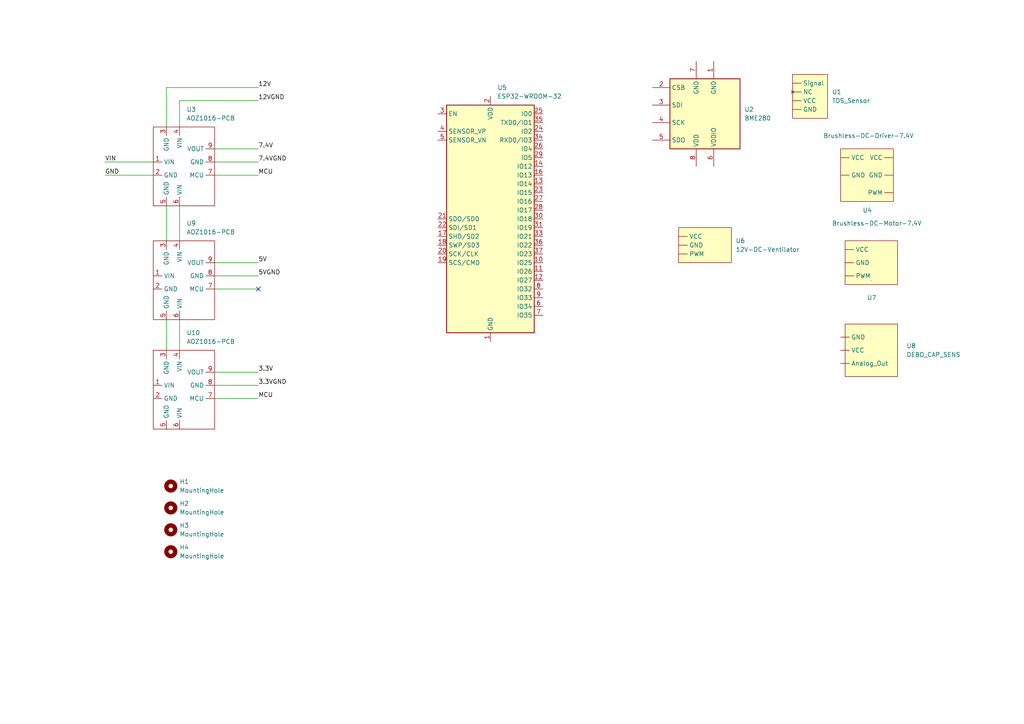
<source format=kicad_sch>
(kicad_sch (version 20211123) (generator eeschema)
  (paper "A4")
  (lib_symbols
    (symbol "#Wegner:AOZ1016-PCB"
      (property "Reference" "U" (at 12.7 -12.7 0))
      (property "Value" "AOZ1016-PCB" (at 1.27 17.78 0))
      (symbol "AOZ1016-PCB_0_1"
        (rectangle (start -8.89 8.89) (end 8.89 -13.97))
      )
      (symbol "AOZ1016-PCB_1_1"
        (pin input line (at -8.89 -1.27 0) (length 2.54) (name "VIN") (number "1"))
        (pin input line (at -8.89 -5.08 0) (length 2.54) (name "GND") (number "2"))
        (pin input line (at -5.08 8.89 270) (length 2.54) (name "GND") (number "3"))
        (pin input line (at -1.27 8.89 270) (length 2.54) (name "VIN") (number "4"))
        (pin input line (at -5.08 -13.97 90) (length 2.54) (name "GND") (number "5"))
        (pin input line (at -1.27 -13.97 90) (length 2.54) (name "VIN") (number "6"))
        (pin input line (at 8.89 -5.08 180) (length 2.54) (name "MCU") (number "7"))
        (pin output line (at 8.89 -1.27 180) (length 2.54) (name "GND") (number "8"))
        (pin output line (at 8.89 2.54 180) (length 2.54) (name "VOUT") (number "9"))
      )
    )
    (symbol "Mechanical:MountingHole" (pin_names (offset 1.016))
      (property "Reference" "H" (at 0 5.08 0))
      (property "Value" "MountingHole" (at 0 3.175 0))
      (symbol "MountingHole_0_1"
        (circle (center 0 0) (radius 1.27) (stroke (width 1.27)))
      )
    )
    (symbol "RF_Module:ESP32-WROOM-32"
      (property "Reference" "U" (at -12.7 34.29 0))
      (property "Value" "ESP32-WROOM-32" (at 1.27 34.29 0))
      (symbol "ESP32-WROOM-32_0_1"
        (rectangle (start -12.7 33.02) (end 12.7 -33.02) (stroke (width 0.254)) (fill (type background)))
      )
      (symbol "ESP32-WROOM-32_1_1"
        (pin power_in line (at 0 -35.56 90) (length 2.54) (name "GND") (number "1"))
        (pin bidirectional line (at 15.24 -12.7 180) (length 2.54) (name "IO25") (number "10"))
        (pin bidirectional line (at 15.24 -15.24 180) (length 2.54) (name "IO26") (number "11"))
        (pin bidirectional line (at 15.24 -17.78 180) (length 2.54) (name "IO27") (number "12"))
        (pin bidirectional line (at 15.24 10.16 180) (length 2.54) (name "IO14") (number "13"))
        (pin bidirectional line (at 15.24 15.24 180) (length 2.54) (name "IO12") (number "14"))
        (pin passive line (at 0 -35.56 90) (length 2.54) hide (name "GND") (number "15"))
        (pin bidirectional line (at 15.24 12.7 180) (length 2.54) (name "IO13") (number "16"))
        (pin bidirectional line (at -15.24 -5.08 0) (length 2.54) (name "SHD/SD2") (number "17"))
        (pin bidirectional line (at -15.24 -7.62 0) (length 2.54) (name "SWP/SD3") (number "18"))
        (pin bidirectional line (at -15.24 -12.7 0) (length 2.54) (name "SCS/CMD") (number "19"))
        (pin power_in line (at 0 35.56 270) (length 2.54) (name "VDD") (number "2"))
        (pin bidirectional line (at -15.24 -10.16 0) (length 2.54) (name "SCK/CLK") (number "20"))
        (pin bidirectional line (at -15.24 0 0) (length 2.54) (name "SDO/SD0") (number "21"))
        (pin bidirectional line (at -15.24 -2.54 0) (length 2.54) (name "SDI/SD1") (number "22"))
        (pin bidirectional line (at 15.24 7.62 180) (length 2.54) (name "IO15") (number "23"))
        (pin bidirectional line (at 15.24 25.4 180) (length 2.54) (name "IO2") (number "24"))
        (pin bidirectional line (at 15.24 30.48 180) (length 2.54) (name "IO0") (number "25"))
        (pin bidirectional line (at 15.24 20.32 180) (length 2.54) (name "IO4") (number "26"))
        (pin bidirectional line (at 15.24 5.08 180) (length 2.54) (name "IO16") (number "27"))
        (pin bidirectional line (at 15.24 2.54 180) (length 2.54) (name "IO17") (number "28"))
        (pin bidirectional line (at 15.24 17.78 180) (length 2.54) (name "IO5") (number "29"))
        (pin input line (at -15.24 30.48 0) (length 2.54) (name "EN") (number "3"))
        (pin bidirectional line (at 15.24 0 180) (length 2.54) (name "IO18") (number "30"))
        (pin bidirectional line (at 15.24 -2.54 180) (length 2.54) (name "IO19") (number "31"))
        (pin no_connect line (at -12.7 -27.94 0) (length 2.54) hide (name "NC") (number "32"))
        (pin bidirectional line (at 15.24 -5.08 180) (length 2.54) (name "IO21") (number "33"))
        (pin bidirectional line (at 15.24 22.86 180) (length 2.54) (name "RXD0/IO3") (number "34"))
        (pin bidirectional line (at 15.24 27.94 180) (length 2.54) (name "TXD0/IO1") (number "35"))
        (pin bidirectional line (at 15.24 -7.62 180) (length 2.54) (name "IO22") (number "36"))
        (pin bidirectional line (at 15.24 -10.16 180) (length 2.54) (name "IO23") (number "37"))
        (pin passive line (at 0 -35.56 90) (length 2.54) hide (name "GND") (number "38"))
        (pin passive line (at 0 -35.56 90) (length 2.54) hide (name "GND") (number "39"))
        (pin input line (at -15.24 25.4 0) (length 2.54) (name "SENSOR_VP") (number "4"))
        (pin input line (at -15.24 22.86 0) (length 2.54) (name "SENSOR_VN") (number "5"))
        (pin input line (at 15.24 -25.4 180) (length 2.54) (name "IO34") (number "6"))
        (pin input line (at 15.24 -27.94 180) (length 2.54) (name "IO35") (number "7"))
        (pin bidirectional line (at 15.24 -20.32 180) (length 2.54) (name "IO32") (number "8"))
        (pin bidirectional line (at 15.24 -22.86 180) (length 2.54) (name "IO33") (number "9"))
      )
    )
    (symbol "Sensor:BME280"
      (property "Reference" "U" (at -8.89 11.43 0))
      (property "Value" "BME280" (at 7.62 11.43 0))
      (symbol "BME280_0_1"
        (rectangle (start -10.16 10.16) (end 10.16 -10.16) (stroke (width 0.254)) (fill (type background)))
      )
      (symbol "BME280_1_1"
        (pin power_in line (at -2.54 -15.24 90) (length 5.08) (name "GND") (number "1"))
        (pin input line (at 15.24 -7.62 180) (length 5.08) (name "CSB") (number "2"))
        (pin bidirectional line (at 15.24 -2.54 180) (length 5.08) (name "SDI") (number "3"))
        (pin input line (at 15.24 2.54 180) (length 5.08) (name "SCK") (number "4"))
        (pin bidirectional line (at 15.24 7.62 180) (length 5.08) (name "SDO") (number "5"))
        (pin power_in line (at -2.54 15.24 270) (length 5.08) (name "VDDIO") (number "6"))
        (pin power_in line (at 2.54 -15.24 90) (length 5.08) (name "GND") (number "7"))
        (pin power_in line (at 2.54 15.24 270) (length 5.08) (name "VDD") (number "8"))
      )
    )
    (symbol "bloomer:12V-DC-Ventilator"
      (property "Reference" "U?" (at 8.89 1.2701 0))
      (property "Value" "12V-DC-Ventilator" (at 8.89 -1.2699 0))
      (symbol "12V-DC-Ventilator_0_1"
        (rectangle (start 7.62 5.08) (end -7.62 -5.08) (fill (type background)))
      )
      (symbol "12V-DC-Ventilator_1_1"
        (pin input line (at -7.62 0 0) (length 2.54) (name "GND") (number ""))
        (pin input line (at -7.62 -2.54 0) (length 2.54) (name "PWM") (number ""))
        (pin input line (at -7.62 2.54 0) (length 2.54) (name "VCC") (number ""))
      )
    )
    (symbol "bloomer:Brushless-DC-Driver-7.4V"
      (property "Reference" "U?" (at -1.27 -12.7 0))
      (property "Value" "Brushless-DC-Driver-7.4V" (at -12.7 8.89 0))
      (symbol "Brushless-DC-Driver-7.4V_0_1"
        (rectangle (start -7.62 5.08) (end 7.62 -10.16) (fill (type background)))
      )
      (symbol "Brushless-DC-Driver-7.4V_1_1"
        (pin input line (at -7.62 -2.54 0) (length 2.54) (name "GND") (number ""))
        (pin output line (at 7.62 -2.54 180) (length 2.54) (name "GND") (number ""))
        (pin output line (at 7.62 -7.62 180) (length 2.54) (name "PWM") (number ""))
        (pin input line (at -7.62 2.54 0) (length 2.54) (name "VCC") (number ""))
        (pin output line (at 7.62 2.54 180) (length 2.54) (name "VCC") (number ""))
      )
    )
    (symbol "bloomer:Brushless-DC-Motor-7.4V"
      (property "Reference" "U?" (at -1.27 -12.7 0))
      (property "Value" "Brushless-DC-Motor-7.4V" (at -11.43 8.89 0))
      (symbol "Brushless-DC-Motor-7.4V_0_1"
        (rectangle (start -7.62 3.81) (end 7.62 -8.89) (fill (type background)))
        (rectangle (start 0 -7.62) (end 0 -7.62))
        (rectangle (start 0 -7.62) (end 0 -7.62))
      )
      (symbol "Brushless-DC-Motor-7.4V_1_1"
        (pin input line (at -7.62 -2.54 0) (length 2.54) (name "GND") (number ""))
        (pin input line (at -7.62 -6.35 0) (length 2.54) (name "PWM") (number ""))
        (pin input line (at -7.62 1.27 0) (length 2.54) (name "VCC") (number ""))
      )
    )
    (symbol "bloomer:DEBO_CAP_SENS" (in_bom no) (on_board no)
      (property "Reference" "U?" (at 10.16 1.2701 0))
      (property "Value" "DEBO_CAP_SENS" (at 10.16 -1.2699 0))
      (symbol "DEBO_CAP_SENS_0_1"
        (rectangle (start -7.62 7.62) (end 7.62 -7.62) (fill (type background)))
      )
      (symbol "DEBO_CAP_SENS_1_1"
        (pin output line (at -8.89 -3.81 0) (length 2.54) (name "Analog_Out") (number ""))
        (pin input line (at -8.89 3.81 0) (length 2.54) (name "GND") (number ""))
        (pin input line (at -8.89 0 0) (length 2.54) (name "VCC") (number ""))
      )
    )
    (symbol "bloomer:TDS_Sensor"
      (property "Reference" "U?" (at 6.35 1.2701 0))
      (property "Value" "TDS_Sensor" (at 6.35 -1.2699 0))
      (symbol "TDS_Sensor_0_1"
        (rectangle (start 5.08 6.35) (end -5.08 -6.35) (fill (type background)))
      )
      (symbol "TDS_Sensor_1_1"
        (pin input line (at -5.08 -3.81 0) (length 2.54) (name "GND") (number ""))
        (pin no_connect line (at -5.08 1.27 0) (length 2.54) (name "NC") (number ""))
        (pin output line (at -5.08 3.81 0) (length 2.54) (name "Signal") (number ""))
        (pin input line (at -5.08 -1.27 0) (length 2.54) (name "VCC") (number ""))
      )
    )
  )
  (no_connect (at 74.93 83.82))
  (wire (pts (xy 62.23 83.82) (xy 74.93 83.82)))
  (wire (pts (xy 30.48 46.99) (xy 44.45 46.99)))
  (wire (pts (xy 52.07 36.83) (xy 52.07 29.21)))
  (wire (pts (xy 52.07 59.69) (xy 52.07 69.85)))
  (wire (pts (xy 62.23 115.57) (xy 74.93 115.57)))
  (wire (pts (xy 62.23 50.8) (xy 74.93 50.8)))
  (wire (pts (xy 62.23 43.18) (xy 74.93 43.18)))
  (wire (pts (xy 62.23 46.99) (xy 74.93 46.99)))
  (wire (pts (xy 62.23 76.2) (xy 74.93 76.2)))
  (wire (pts (xy 62.23 80.01) (xy 74.93 80.01)))
  (wire (pts (xy 48.26 36.83) (xy 48.26 25.4)))
  (wire (pts (xy 48.26 59.69) (xy 48.26 69.85)))
  (wire (pts (xy 52.07 29.21) (xy 74.93 29.21)))
  (wire (pts (xy 48.26 25.4) (xy 74.93 25.4)))
  (wire (pts (xy 62.23 107.95) (xy 74.93 107.95)))
  (wire (pts (xy 62.23 111.76) (xy 74.93 111.76)))
  (wire (pts (xy 48.26 92.71) (xy 48.26 101.6)))
  (wire (pts (xy 52.07 92.71) (xy 52.07 101.6)))
  (wire (pts (xy 30.48 50.8) (xy 44.45 50.8)))
  (label "5V" (at 74.93 76.2 0))
  (label "3.3V" (at 74.93 107.95 0))
  (label "MCU" (at 74.93 50.8 0))
  (label "12V" (at 74.93 25.4 0))
  (label "7.4VGND" (at 74.93 46.99 0))
  (label "5VGND" (at 74.93 80.01 0))
  (label "VIN" (at 30.48 46.99 0))
  (label "GND" (at 30.48 50.8 0))
  (label "7.4V" (at 74.93 43.18 0))
  (label "MCU" (at 74.93 115.57 0))
  (label "3.3VGND" (at 74.93 111.76 0))
  (label "12VGND" (at 74.93 29.21 0))
  (symbol (lib_id "RF_Module:ESP32-WROOM-32") (at 142.24 63.5 0) (unit 1)
    (property "Reference" "U5" (at 144.2594 25.4 0) (effects (justify left)))
    (property "Value" "ESP32-WROOM-32" (at 144.2594 27.94 0) (effects (justify left)))
    (property "Footprint" "RF_Module:ESP32-WROOM-32" (effects hide))
    (property "Datasheet" "https://www.espressif.com/sites/default/files/documentation/esp32-wroom-32_datasheet_en.pdf" (effects hide))
  )
  (symbol (lib_id "Mechanical:MountingHole") (at 49.53 160.02 0) (unit 1)
    (property "Reference" "H4" (at 52.07 158.7499 0) (effects (justify left)))
    (property "Value" "MountingHole" (at 52.07 161.2899 0) (effects (justify left)))
    (property "Footprint" "MountingHole:MountingHole_2.5mm_Pad" (effects hide))
  )
  (symbol (lib_id "Sensor:BME280") (at 204.47 33.02 180) (unit 1) (in_bom no) (on_board no)
    (property "Reference" "U2" (at 215.9 31.7499 0) (effects (justify right)))
    (property "Value" "BME280" (at 215.9 34.2899 0) (effects (justify right)))
    (property "Footprint" "Package_LGA:Bosch_LGA-8_2.5x2.5mm_P0.65mm_ClockwisePinNumbering" (effects hide))
    (property "Datasheet" "https://ae-bst.resource.bosch.com/media/_tech/media/datasheets/BST-BME280-DS002.pdf" (effects hide))
  )
  (symbol (lib_id "#Wegner:AOZ1016-PCB") (at 53.34 78.74 0) (unit 1)
    (property "Reference" "U9" (at 54.0894 64.77 0) (effects (justify left)))
    (property "Value" "AOZ1016-PCB" (at 54.0894 67.31 0) (effects (justify left)))
    (property "Footprint" "Bloomer_Library:AOZ1016-PCB" (effects hide))
  )
  (symbol (lib_id "bloomer:TDS_Sensor") (at 234.95 27.94 0) (unit 1) (in_bom no) (on_board no)
    (property "Reference" "U1" (at 241.3 26.6699 0) (effects (justify left)))
    (property "Value" "TDS_Sensor" (at 241.3 29.2099 0) (effects (justify left)))
  )
  (symbol (lib_id "Mechanical:MountingHole") (at 49.53 147.32 0) (unit 1)
    (property "Reference" "H2" (at 52.07 146.0499 0) (effects (justify left)))
    (property "Value" "MountingHole" (at 52.07 148.5899 0) (effects (justify left)))
    (property "Footprint" "MountingHole:MountingHole_2.5mm_Pad" (effects hide))
  )
  (symbol (lib_id "bloomer:12V-DC-Ventilator") (at 204.47 71.12 0) (unit 1) (in_bom no) (on_board no)
    (property "Reference" "U6" (at 213.36 69.8499 0) (effects (justify left)))
    (property "Value" "12V-DC-Ventilator" (at 213.36 72.3899 0) (effects (justify left)))
  )
  (symbol (lib_id "Mechanical:MountingHole") (at 49.53 140.97 0) (unit 1)
    (property "Reference" "H1" (at 52.07 139.6999 0) (effects (justify left)))
    (property "Value" "MountingHole" (at 52.07 142.2399 0) (effects (justify left)))
    (property "Footprint" "MountingHole:MountingHole_2.5mm_Pad" (effects hide))
  )
  (symbol (lib_id "bloomer:Brushless-DC-Driver-7.4V") (at 251.46 48.26 0) (unit 1) (in_bom no) (on_board no)
    (property "Reference" "U4" (at 250.19 60.96 0) (effects (justify left)))
    (property "Value" "Brushless-DC-Driver-7.4V" (at 238.76 39.37 0) (effects (justify left)))
  )
  (symbol (lib_id "#Wegner:AOZ1016-PCB") (at 53.34 45.72 0) (unit 1)
    (property "Reference" "U3" (at 54.0894 31.75 0) (effects (justify left)))
    (property "Value" "AOZ1016-PCB" (at 54.0894 34.29 0) (effects (justify left)))
    (property "Footprint" "Bloomer_Library:AOZ1016-PCB" (effects hide))
  )
  (symbol (lib_id "bloomer:Brushless-DC-Motor-7.4V") (at 252.73 73.66 0) (unit 1) (in_bom no) (on_board no)
    (property "Reference" "U7" (at 251.46 86.36 0) (effects (justify left)))
    (property "Value" "Brushless-DC-Motor-7.4V" (at 241.3 64.77 0) (effects (justify left)))
  )
  (symbol (lib_id "#Wegner:AOZ1016-PCB") (at 53.34 110.49 0) (unit 1)
    (property "Reference" "U10" (at 54.0894 96.52 0) (effects (justify left)))
    (property "Value" "AOZ1016-PCB" (at 54.0894 99.06 0) (effects (justify left)))
    (property "Footprint" "Bloomer_Library:AOZ1016-PCB" (effects hide))
  )
  (symbol (lib_id "Mechanical:MountingHole") (at 49.53 153.67 0) (unit 1)
    (property "Reference" "H3" (at 52.07 152.3999 0) (effects (justify left)))
    (property "Value" "MountingHole" (at 52.07 154.9399 0) (effects (justify left)))
    (property "Footprint" "MountingHole:MountingHole_2.5mm_Pad" (effects hide))
  )
  (symbol (lib_id "bloomer:DEBO_CAP_SENS") (at 252.73 101.6 0) (unit 1) (in_bom no) (on_board no)
    (property "Reference" "U8" (at 262.89 100.3299 0) (effects (justify left)))
    (property "Value" "DEBO_CAP_SENS" (at 262.89 102.8699 0) (effects (justify left)))
  )
)
</source>
